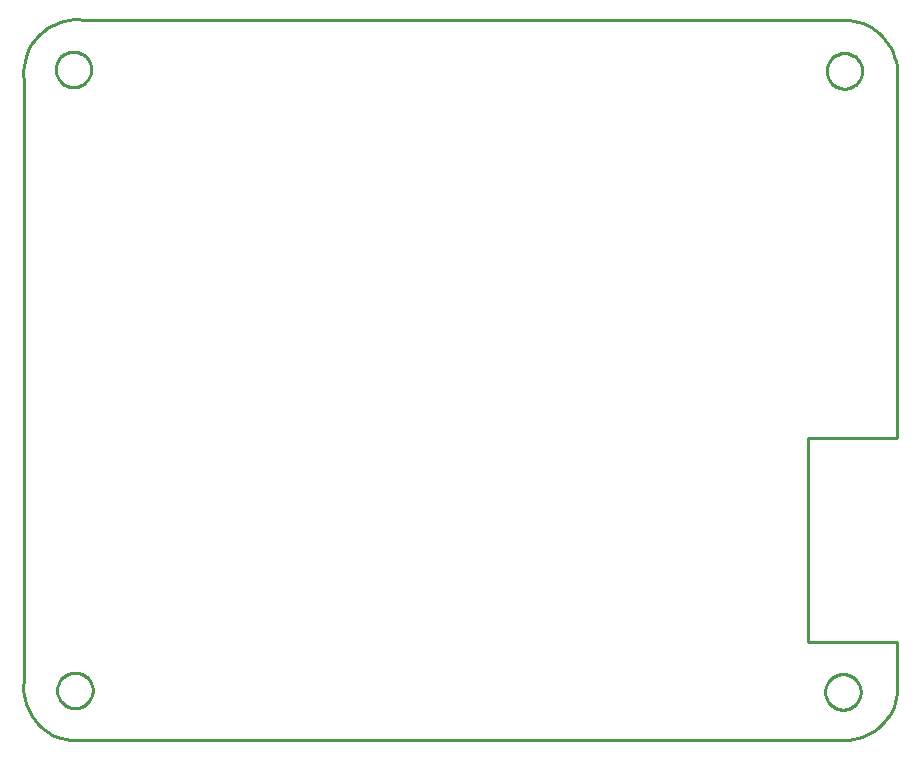
<source format=gbr>
G04 EAGLE Gerber RS-274X export*
G75*
%MOMM*%
%FSLAX34Y34*%
%LPD*%
%IN*%
%IPPOS*%
%AMOC8*
5,1,8,0,0,1.08239X$1,22.5*%
G01*
%ADD10C,0.254000*%


D10*
X0Y50800D02*
X-129Y49821D01*
X-427Y45915D01*
X-384Y41998D01*
X0Y38100D01*
X723Y34250D01*
X1778Y30478D01*
X3158Y26812D01*
X4853Y23280D01*
X6848Y19910D01*
X9130Y16726D01*
X11681Y13753D01*
X14481Y11014D01*
X17509Y8529D01*
X20743Y6318D01*
X24156Y4396D01*
X27724Y2780D01*
X31420Y1481D01*
X35214Y509D01*
X39079Y-129D01*
X42985Y-427D01*
X46902Y-384D01*
X50800Y0D01*
X693420Y0D01*
X694689Y-36D01*
X698512Y77D01*
X702310Y522D01*
X706055Y1298D01*
X709718Y2396D01*
X713272Y3810D01*
X716689Y5528D01*
X719943Y7537D01*
X723009Y9822D01*
X725865Y12366D01*
X728488Y15149D01*
X730859Y18150D01*
X732959Y21346D01*
X734772Y24713D01*
X736285Y28225D01*
X737487Y31856D01*
X738367Y35578D01*
X738919Y39362D01*
X739140Y43180D01*
X739140Y82550D01*
X664210Y82550D01*
X664210Y255270D01*
X739140Y255270D01*
X739140Y558800D01*
X739409Y562804D01*
X739328Y566816D01*
X738897Y570806D01*
X738120Y574744D01*
X737003Y578598D01*
X735555Y582341D01*
X733785Y585943D01*
X731709Y589377D01*
X729341Y592617D01*
X726700Y595638D01*
X723805Y598418D01*
X720679Y600935D01*
X717346Y603170D01*
X713831Y605105D01*
X710160Y606727D01*
X706362Y608023D01*
X702465Y608983D01*
X698500Y609600D01*
X50800Y609600D01*
X49821Y609729D01*
X45915Y610027D01*
X41998Y609984D01*
X38100Y609600D01*
X34250Y608877D01*
X30478Y607822D01*
X26812Y606442D01*
X23280Y604747D01*
X19910Y602752D01*
X16726Y600470D01*
X13753Y597919D01*
X11014Y595119D01*
X8529Y592091D01*
X6318Y588858D01*
X4396Y585444D01*
X2780Y581876D01*
X1481Y578180D01*
X509Y574386D01*
X-129Y570521D01*
X-427Y566615D01*
X-384Y562698D01*
X0Y558800D01*
X0Y50800D01*
X58180Y41374D02*
X58104Y40306D01*
X57951Y39245D01*
X57723Y38198D01*
X57421Y37170D01*
X57047Y36166D01*
X56602Y35191D01*
X56088Y34251D01*
X55509Y33350D01*
X54867Y32492D01*
X54165Y31682D01*
X53408Y30925D01*
X52598Y30223D01*
X51740Y29581D01*
X50839Y29002D01*
X49899Y28488D01*
X48924Y28043D01*
X47920Y27669D01*
X46892Y27367D01*
X45845Y27139D01*
X44784Y26986D01*
X43716Y26910D01*
X42644Y26910D01*
X41576Y26986D01*
X40515Y27139D01*
X39468Y27367D01*
X38440Y27669D01*
X37436Y28043D01*
X36461Y28488D01*
X35521Y29002D01*
X34620Y29581D01*
X33762Y30223D01*
X32952Y30925D01*
X32195Y31682D01*
X31493Y32492D01*
X30851Y33350D01*
X30272Y34251D01*
X29758Y35191D01*
X29313Y36166D01*
X28939Y37170D01*
X28637Y38198D01*
X28409Y39245D01*
X28256Y40306D01*
X28180Y41374D01*
X28180Y42446D01*
X28256Y43514D01*
X28409Y44575D01*
X28637Y45622D01*
X28939Y46650D01*
X29313Y47654D01*
X29758Y48629D01*
X30272Y49569D01*
X30851Y50470D01*
X31493Y51328D01*
X32195Y52138D01*
X32952Y52895D01*
X33762Y53597D01*
X34620Y54239D01*
X35521Y54818D01*
X36461Y55332D01*
X37436Y55777D01*
X38440Y56151D01*
X39468Y56453D01*
X40515Y56681D01*
X41576Y56834D01*
X42644Y56910D01*
X43716Y56910D01*
X44784Y56834D01*
X45845Y56681D01*
X46892Y56453D01*
X47920Y56151D01*
X48924Y55777D01*
X49899Y55332D01*
X50839Y54818D01*
X51740Y54239D01*
X52598Y53597D01*
X53408Y52895D01*
X54165Y52138D01*
X54867Y51328D01*
X55509Y50470D01*
X56088Y49569D01*
X56602Y48629D01*
X57047Y47654D01*
X57421Y46650D01*
X57723Y45622D01*
X57951Y44575D01*
X58104Y43514D01*
X58180Y42446D01*
X58180Y41374D01*
X708420Y40104D02*
X708344Y39036D01*
X708191Y37975D01*
X707963Y36928D01*
X707661Y35900D01*
X707287Y34896D01*
X706842Y33921D01*
X706328Y32981D01*
X705749Y32080D01*
X705107Y31222D01*
X704405Y30412D01*
X703648Y29655D01*
X702838Y28953D01*
X701980Y28311D01*
X701079Y27732D01*
X700139Y27218D01*
X699164Y26773D01*
X698160Y26399D01*
X697132Y26097D01*
X696085Y25869D01*
X695024Y25716D01*
X693956Y25640D01*
X692884Y25640D01*
X691816Y25716D01*
X690755Y25869D01*
X689708Y26097D01*
X688680Y26399D01*
X687676Y26773D01*
X686701Y27218D01*
X685761Y27732D01*
X684860Y28311D01*
X684002Y28953D01*
X683192Y29655D01*
X682435Y30412D01*
X681733Y31222D01*
X681091Y32080D01*
X680512Y32981D01*
X679998Y33921D01*
X679553Y34896D01*
X679179Y35900D01*
X678877Y36928D01*
X678649Y37975D01*
X678496Y39036D01*
X678420Y40104D01*
X678420Y41176D01*
X678496Y42244D01*
X678649Y43305D01*
X678877Y44352D01*
X679179Y45380D01*
X679553Y46384D01*
X679998Y47359D01*
X680512Y48299D01*
X681091Y49200D01*
X681733Y50058D01*
X682435Y50868D01*
X683192Y51625D01*
X684002Y52327D01*
X684860Y52969D01*
X685761Y53548D01*
X686701Y54062D01*
X687676Y54507D01*
X688680Y54881D01*
X689708Y55183D01*
X690755Y55411D01*
X691816Y55564D01*
X692884Y55640D01*
X693956Y55640D01*
X695024Y55564D01*
X696085Y55411D01*
X697132Y55183D01*
X698160Y54881D01*
X699164Y54507D01*
X700139Y54062D01*
X701079Y53548D01*
X701980Y52969D01*
X702838Y52327D01*
X703648Y51625D01*
X704405Y50868D01*
X705107Y50058D01*
X705749Y49200D01*
X706328Y48299D01*
X706842Y47359D01*
X707287Y46384D01*
X707661Y45380D01*
X707963Y44352D01*
X708191Y43305D01*
X708344Y42244D01*
X708420Y41176D01*
X708420Y40104D01*
X56910Y567154D02*
X56834Y566086D01*
X56681Y565025D01*
X56453Y563978D01*
X56151Y562950D01*
X55777Y561946D01*
X55332Y560971D01*
X54818Y560031D01*
X54239Y559130D01*
X53597Y558272D01*
X52895Y557462D01*
X52138Y556705D01*
X51328Y556003D01*
X50470Y555361D01*
X49569Y554782D01*
X48629Y554268D01*
X47654Y553823D01*
X46650Y553449D01*
X45622Y553147D01*
X44575Y552919D01*
X43514Y552766D01*
X42446Y552690D01*
X41374Y552690D01*
X40306Y552766D01*
X39245Y552919D01*
X38198Y553147D01*
X37170Y553449D01*
X36166Y553823D01*
X35191Y554268D01*
X34251Y554782D01*
X33350Y555361D01*
X32492Y556003D01*
X31682Y556705D01*
X30925Y557462D01*
X30223Y558272D01*
X29581Y559130D01*
X29002Y560031D01*
X28488Y560971D01*
X28043Y561946D01*
X27669Y562950D01*
X27367Y563978D01*
X27139Y565025D01*
X26986Y566086D01*
X26910Y567154D01*
X26910Y568226D01*
X26986Y569294D01*
X27139Y570355D01*
X27367Y571402D01*
X27669Y572430D01*
X28043Y573434D01*
X28488Y574409D01*
X29002Y575349D01*
X29581Y576250D01*
X30223Y577108D01*
X30925Y577918D01*
X31682Y578675D01*
X32492Y579377D01*
X33350Y580019D01*
X34251Y580598D01*
X35191Y581112D01*
X36166Y581557D01*
X37170Y581931D01*
X38198Y582233D01*
X39245Y582461D01*
X40306Y582614D01*
X41374Y582690D01*
X42446Y582690D01*
X43514Y582614D01*
X44575Y582461D01*
X45622Y582233D01*
X46650Y581931D01*
X47654Y581557D01*
X48629Y581112D01*
X49569Y580598D01*
X50470Y580019D01*
X51328Y579377D01*
X52138Y578675D01*
X52895Y577918D01*
X53597Y577108D01*
X54239Y576250D01*
X54818Y575349D01*
X55332Y574409D01*
X55777Y573434D01*
X56151Y572430D01*
X56453Y571402D01*
X56681Y570355D01*
X56834Y569294D01*
X56910Y568226D01*
X56910Y567154D01*
X709690Y565884D02*
X709614Y564816D01*
X709461Y563755D01*
X709233Y562708D01*
X708931Y561680D01*
X708557Y560676D01*
X708112Y559701D01*
X707598Y558761D01*
X707019Y557860D01*
X706377Y557002D01*
X705675Y556192D01*
X704918Y555435D01*
X704108Y554733D01*
X703250Y554091D01*
X702349Y553512D01*
X701409Y552998D01*
X700434Y552553D01*
X699430Y552179D01*
X698402Y551877D01*
X697355Y551649D01*
X696294Y551496D01*
X695226Y551420D01*
X694154Y551420D01*
X693086Y551496D01*
X692025Y551649D01*
X690978Y551877D01*
X689950Y552179D01*
X688946Y552553D01*
X687971Y552998D01*
X687031Y553512D01*
X686130Y554091D01*
X685272Y554733D01*
X684462Y555435D01*
X683705Y556192D01*
X683003Y557002D01*
X682361Y557860D01*
X681782Y558761D01*
X681268Y559701D01*
X680823Y560676D01*
X680449Y561680D01*
X680147Y562708D01*
X679919Y563755D01*
X679766Y564816D01*
X679690Y565884D01*
X679690Y566956D01*
X679766Y568024D01*
X679919Y569085D01*
X680147Y570132D01*
X680449Y571160D01*
X680823Y572164D01*
X681268Y573139D01*
X681782Y574079D01*
X682361Y574980D01*
X683003Y575838D01*
X683705Y576648D01*
X684462Y577405D01*
X685272Y578107D01*
X686130Y578749D01*
X687031Y579328D01*
X687971Y579842D01*
X688946Y580287D01*
X689950Y580661D01*
X690978Y580963D01*
X692025Y581191D01*
X693086Y581344D01*
X694154Y581420D01*
X695226Y581420D01*
X696294Y581344D01*
X697355Y581191D01*
X698402Y580963D01*
X699430Y580661D01*
X700434Y580287D01*
X701409Y579842D01*
X702349Y579328D01*
X703250Y578749D01*
X704108Y578107D01*
X704918Y577405D01*
X705675Y576648D01*
X706377Y575838D01*
X707019Y574980D01*
X707598Y574079D01*
X708112Y573139D01*
X708557Y572164D01*
X708931Y571160D01*
X709233Y570132D01*
X709461Y569085D01*
X709614Y568024D01*
X709690Y566956D01*
X709690Y565884D01*
M02*

</source>
